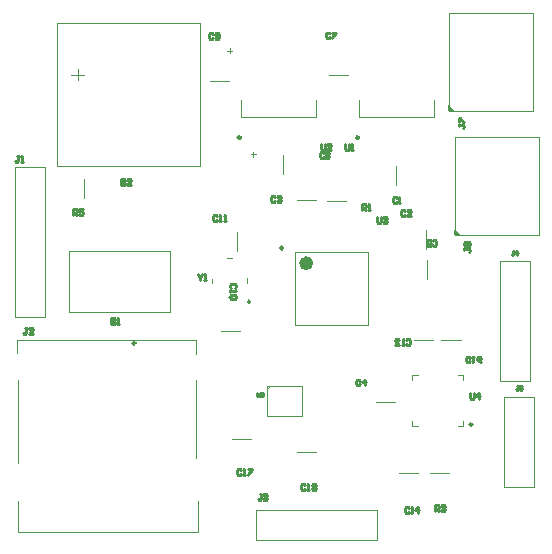
<source format=gto>
G04*
G04 #@! TF.GenerationSoftware,Altium Limited,Altium Designer,20.1.12 (249)*
G04*
G04 Layer_Color=65535*
%FSLAX25Y25*%
%MOIN*%
G70*
G04*
G04 #@! TF.SameCoordinates,A4FAC8CF-ADEF-4931-830A-096F340B5E0A*
G04*
G04*
G04 #@! TF.FilePolarity,Positive*
G04*
G01*
G75*
%ADD10C,0.00984*%
%ADD11C,0.01000*%
%ADD12C,0.02362*%
%ADD13C,0.00394*%
%ADD14C,0.00100*%
G36*
X267590Y399869D02*
X269846Y397614D01*
X267740D01*
X267215Y398140D01*
Y399634D01*
X267590Y399869D01*
D02*
G37*
G36*
X265622Y441208D02*
X267877Y438953D01*
X265772D01*
X265246Y439478D01*
Y440973D01*
X265622Y441208D01*
D02*
G37*
D10*
X273327Y334646D02*
G03*
X273327Y334646I-492J0D01*
G01*
X196142Y430315D02*
G03*
X196142Y430315I-492J0D01*
G01*
X235512D02*
G03*
X235512Y430315I-492J0D01*
G01*
X210236Y393504D02*
G03*
X210236Y393504I-492J0D01*
G01*
X161003Y361802D02*
G03*
X161003Y361802I-492J0D01*
G01*
D11*
X199236Y375529D02*
G03*
X199236Y375529I-394J0D01*
G01*
X272512Y345251D02*
Y343611D01*
X272840Y343283D01*
X273496D01*
X273824Y343611D01*
Y345251D01*
X275464Y343283D02*
Y345251D01*
X274480Y344267D01*
X275792D01*
X270670Y393373D02*
Y392717D01*
Y393045D01*
X272309D01*
X272638Y392717D01*
Y392389D01*
X272309Y392061D01*
X270998Y394029D02*
X270670Y394357D01*
Y395013D01*
X270998Y395341D01*
X271326D01*
X271654Y395013D01*
X271982Y395341D01*
X272309D01*
X272638Y395013D01*
Y394357D01*
X272309Y394029D01*
X271982D01*
X271654Y394357D01*
X271326Y394029D01*
X270998D01*
X271654Y394357D02*
Y395013D01*
X268701Y434711D02*
Y434055D01*
Y434383D01*
X270341D01*
X270669Y434055D01*
Y433728D01*
X270341Y433399D01*
X268701Y435367D02*
Y436679D01*
X269029D01*
X270341Y435367D01*
X270669D01*
X288697Y347380D02*
X288304D01*
X288501D01*
Y346396D01*
X288304Y346199D01*
X288107D01*
X287910Y346396D01*
X289878Y347380D02*
X289091D01*
Y346790D01*
X289485Y346987D01*
X289681D01*
X289878Y346790D01*
Y346396D01*
X289681Y346199D01*
X289288D01*
X289091Y346396D01*
X181759Y384842D02*
Y384514D01*
X182415Y383858D01*
X183071Y384514D01*
Y384842D01*
X182415Y383858D02*
Y382874D01*
X183727D02*
X184383D01*
X184055D01*
Y384842D01*
X183727Y384514D01*
X201614Y345285D02*
Y344301D01*
X201811Y344104D01*
X202205D01*
X202401Y344301D01*
Y345285D01*
X203582D02*
X202795D01*
Y344695D01*
X203189Y344892D01*
X203385D01*
X203582Y344695D01*
Y344301D01*
X203385Y344104D01*
X202992D01*
X202795Y344301D01*
X241413Y403925D02*
Y402285D01*
X241741Y401957D01*
X242397D01*
X242725Y402285D01*
Y403925D01*
X243381Y403597D02*
X243709Y403925D01*
X244365D01*
X244693Y403597D01*
Y403269D01*
X244365Y402941D01*
X244037D01*
X244365D01*
X244693Y402613D01*
Y402285D01*
X244365Y401957D01*
X243709D01*
X243381Y402285D01*
X222770Y428149D02*
Y426509D01*
X223098Y426181D01*
X223753D01*
X224081Y426509D01*
Y428149D01*
X226049Y426181D02*
X224737D01*
X226049Y427493D01*
Y427821D01*
X225721Y428149D01*
X225065D01*
X224737Y427821D01*
X230972Y428149D02*
Y426509D01*
X231299Y426181D01*
X231956D01*
X232283Y426509D01*
Y428149D01*
X232939Y426181D02*
X233595D01*
X233267D01*
Y428149D01*
X232939Y427821D01*
X140092Y404528D02*
Y406496D01*
X141076D01*
X141404Y406168D01*
Y405512D01*
X141076Y405184D01*
X140092D01*
X140748D02*
X141404Y404528D01*
X143372Y406496D02*
X142060D01*
Y405512D01*
X142716Y405840D01*
X143044D01*
X143372Y405512D01*
Y404856D01*
X143044Y404528D01*
X142388D01*
X142060Y404856D01*
X260764Y305676D02*
Y307644D01*
X261748D01*
X262076Y307316D01*
Y306660D01*
X261748Y306332D01*
X260764D01*
X261420D02*
X262076Y305676D01*
X262732Y307316D02*
X263060Y307644D01*
X263716D01*
X264043Y307316D01*
Y306988D01*
X263716Y306660D01*
X263388D01*
X263716D01*
X264043Y306332D01*
Y306004D01*
X263716Y305676D01*
X263060D01*
X262732Y306004D01*
X236420Y406106D02*
Y408074D01*
X237404D01*
X237732Y407746D01*
Y407090D01*
X237404Y406762D01*
X236420D01*
X237076D02*
X237732Y406106D01*
X238387D02*
X239043D01*
X238716D01*
Y408074D01*
X238387Y407746D01*
X287205Y392323D02*
X286811D01*
X287008D01*
Y391339D01*
X286811Y391142D01*
X286614D01*
X286418Y391339D01*
X288189Y391142D02*
Y392323D01*
X287598Y391732D01*
X288386D01*
X203012Y311599D02*
X202356D01*
X202684D01*
Y309960D01*
X202356Y309631D01*
X202028D01*
X201700Y309960D01*
X203668Y311271D02*
X203996Y311599D01*
X204652D01*
X204980Y311271D01*
Y310943D01*
X204652Y310615D01*
X204324D01*
X204652D01*
X204980Y310287D01*
Y309960D01*
X204652Y309631D01*
X203996D01*
X203668Y309960D01*
X124813Y366918D02*
X124157D01*
X124485D01*
Y365278D01*
X124157Y364950D01*
X123829D01*
X123501Y365278D01*
X126781Y364950D02*
X125469D01*
X126781Y366262D01*
Y366590D01*
X126453Y366918D01*
X125797D01*
X125469Y366590D01*
X122047Y424212D02*
X121391D01*
X121719D01*
Y422572D01*
X121391Y422244D01*
X121063D01*
X120735Y422572D01*
X122703Y422244D02*
X123359D01*
X123031D01*
Y424212D01*
X122703Y423884D01*
X217560Y314513D02*
X217232Y314841D01*
X216577D01*
X216248Y314513D01*
Y313201D01*
X216577Y312874D01*
X217232D01*
X217560Y313201D01*
X218216Y312874D02*
X218872D01*
X218544D01*
Y314841D01*
X218216Y314513D01*
X219856D02*
X220184Y314841D01*
X220840D01*
X221168Y314513D01*
Y314186D01*
X220840Y313858D01*
X221168Y313529D01*
Y313201D01*
X220840Y312874D01*
X220184D01*
X219856Y313201D01*
Y313529D01*
X220184Y313858D01*
X219856Y314186D01*
Y314513D01*
X220184Y313858D02*
X220840D01*
X196156Y319587D02*
X195827Y319915D01*
X195171D01*
X194844Y319587D01*
Y318275D01*
X195171Y317947D01*
X195827D01*
X196156Y318275D01*
X196811Y317947D02*
X197467D01*
X197139D01*
Y319915D01*
X196811Y319587D01*
X198451Y319915D02*
X199763D01*
Y319587D01*
X198451Y318275D01*
Y317947D01*
X272474Y355643D02*
X272146Y355315D01*
X271490D01*
X271162Y355643D01*
Y356955D01*
X271490Y357283D01*
X272146D01*
X272474Y356955D01*
X273130Y357283D02*
X273786D01*
X273458D01*
Y355315D01*
X273130Y355643D01*
X276082Y355315D02*
X275426Y355643D01*
X274770Y356299D01*
Y356955D01*
X275098Y357283D01*
X275754D01*
X276082Y356955D01*
Y356627D01*
X275754Y356299D01*
X274770D01*
X252034Y306721D02*
X251706Y307049D01*
X251050D01*
X250722Y306721D01*
Y305409D01*
X251050Y305081D01*
X251706D01*
X252034Y305409D01*
X252690Y305081D02*
X253346D01*
X253018D01*
Y307049D01*
X252690Y306721D01*
X255313Y305081D02*
Y307049D01*
X254330Y306065D01*
X255642D01*
X251148Y362861D02*
X251476Y363189D01*
X252132D01*
X252460Y362861D01*
Y361549D01*
X252132Y361221D01*
X251476D01*
X251148Y361549D01*
X250492Y361221D02*
X249836D01*
X250164D01*
Y363189D01*
X250492Y362861D01*
X247540Y361221D02*
X248852D01*
X247540Y362533D01*
Y362861D01*
X247868Y363189D01*
X248524D01*
X248852Y362861D01*
X188156Y404199D02*
X187829Y404527D01*
X187172D01*
X186845Y404199D01*
Y402887D01*
X187172Y402559D01*
X187829D01*
X188156Y402887D01*
X188812Y402559D02*
X189468D01*
X189140D01*
Y404527D01*
X188812Y404199D01*
X190452Y402559D02*
X191108D01*
X190780D01*
Y404527D01*
X190452Y404199D01*
X194295Y380062D02*
X194623Y380389D01*
Y381045D01*
X194295Y381373D01*
X192983D01*
X192655Y381045D01*
Y380389D01*
X192983Y380062D01*
X192655Y379405D02*
Y378749D01*
Y379078D01*
X194623D01*
X194295Y379405D01*
Y377766D02*
X194623Y377438D01*
Y376782D01*
X194295Y376454D01*
X192983D01*
X192655Y376782D01*
Y377438D01*
X192983Y377766D01*
X194295D01*
X186787Y464834D02*
X186460Y465162D01*
X185804D01*
X185476Y464834D01*
Y463522D01*
X185804Y463194D01*
X186460D01*
X186787Y463522D01*
X187443D02*
X187771Y463194D01*
X188427D01*
X188755Y463522D01*
Y464834D01*
X188427Y465162D01*
X187771D01*
X187443Y464834D01*
Y464506D01*
X187771Y464178D01*
X188755D01*
X223688Y425065D02*
X223360Y425393D01*
X222704D01*
X222376Y425065D01*
Y423753D01*
X222704Y423425D01*
X223360D01*
X223688Y423753D01*
X224344Y425065D02*
X224672Y425393D01*
X225328D01*
X225656Y425065D01*
Y424737D01*
X225328Y424409D01*
X225656Y424082D01*
Y423753D01*
X225328Y423425D01*
X224672D01*
X224344Y423753D01*
Y424082D01*
X224672Y424409D01*
X224344Y424737D01*
Y425065D01*
X224672Y424409D02*
X225328D01*
X225976Y464973D02*
X225648Y465301D01*
X224992D01*
X224664Y464973D01*
Y463661D01*
X224992Y463333D01*
X225648D01*
X225976Y463661D01*
X226632Y465301D02*
X227944D01*
Y464973D01*
X226632Y463661D01*
Y463333D01*
X260021Y394575D02*
X260349Y394247D01*
X261005D01*
X261333Y394575D01*
Y395887D01*
X261005Y396215D01*
X260349D01*
X260021Y395887D01*
X258053Y394247D02*
X259365D01*
Y395231D01*
X258709Y394903D01*
X258381D01*
X258053Y395231D01*
Y395887D01*
X258381Y396215D01*
X259037D01*
X259365Y395887D01*
X235938Y349302D02*
X235610Y349630D01*
X234954D01*
X234626Y349302D01*
Y347990D01*
X234954Y347662D01*
X235610D01*
X235938Y347990D01*
X237578Y347662D02*
Y349630D01*
X236594Y348646D01*
X237906D01*
X207581Y410395D02*
X207253Y410723D01*
X206597D01*
X206269Y410395D01*
Y409084D01*
X206597Y408756D01*
X207253D01*
X207581Y409084D01*
X208237Y410395D02*
X208565Y410723D01*
X209221D01*
X209549Y410395D01*
Y410068D01*
X209221Y409740D01*
X208893D01*
X209221D01*
X209549Y409412D01*
Y409084D01*
X209221Y408756D01*
X208565D01*
X208237Y409084D01*
X250810Y405888D02*
X250482Y406215D01*
X249826D01*
X249498Y405888D01*
Y404576D01*
X249826Y404248D01*
X250482D01*
X250810Y404576D01*
X252777Y404248D02*
X251466D01*
X252777Y405559D01*
Y405888D01*
X252449Y406215D01*
X251794D01*
X251466Y405888D01*
X248031Y410105D02*
X247704Y410433D01*
X247048D01*
X246720Y410105D01*
Y408793D01*
X247048Y408465D01*
X247704D01*
X248031Y408793D01*
X248688Y408465D02*
X249343D01*
X249015D01*
Y410433D01*
X248688Y410105D01*
X156234Y416338D02*
Y414370D01*
X157218D01*
X157546Y414698D01*
Y415026D01*
X157218Y415354D01*
X156234D01*
X157218D01*
X157546Y415682D01*
Y416010D01*
X157218Y416338D01*
X156234D01*
X159514Y414370D02*
X158202D01*
X159514Y415682D01*
Y416010D01*
X159186Y416338D01*
X158530D01*
X158202Y416010D01*
X152829Y369975D02*
Y368007D01*
X153813D01*
X154140Y368335D01*
Y368663D01*
X153813Y368991D01*
X152829D01*
X153813D01*
X154140Y369319D01*
Y369647D01*
X153813Y369975D01*
X152829D01*
X154797Y368007D02*
X155452D01*
X155124D01*
Y369975D01*
X154797Y369647D01*
D12*
X219094Y388386D02*
G03*
X219094Y388386I-1181J0D01*
G01*
D13*
X214784Y409305D02*
X221123D01*
X267421Y397933D02*
Y430315D01*
X295374D01*
Y397736D02*
Y430315D01*
X267618Y397736D02*
X295374D01*
X268602Y350984D02*
X270276D01*
Y349311D02*
Y350984D01*
X253346D02*
X255020D01*
X253346Y349311D02*
Y350984D01*
Y334055D02*
Y335728D01*
Y334055D02*
X255020D01*
X268602D02*
X270276D01*
Y335728D01*
X258269Y383281D02*
Y389620D01*
X257750Y393145D02*
Y399483D01*
X139082Y372141D02*
X172448D01*
Y392416D01*
X138983D02*
X172448D01*
X138983Y372239D02*
Y392416D01*
X259235Y318470D02*
X265574D01*
X248978Y318353D02*
X255317D01*
X263012Y362943D02*
X269350D01*
X253762Y362915D02*
X260100D01*
X241343Y342167D02*
X247682D01*
X224785Y409010D02*
X231124D01*
X143749Y410282D02*
Y416621D01*
X204823Y337500D02*
Y347342D01*
X216634Y337500D02*
Y347342D01*
X204823D02*
X216634D01*
X204823Y337500D02*
X216634D01*
X193151Y329802D02*
X199489D01*
X214785Y325566D02*
X221124D01*
X189547Y365847D02*
X195885D01*
X198142Y381881D02*
Y383456D01*
X191912Y376974D02*
X193306D01*
X186642Y381781D02*
Y383174D01*
X191501Y390082D02*
X193076D01*
X194881Y392499D02*
Y398838D01*
X196063Y437205D02*
Y442717D01*
Y437205D02*
X221260D01*
Y442717D01*
X247737Y414351D02*
Y420690D01*
X141732Y449311D02*
Y453150D01*
X139665Y451279D02*
X143898D01*
X134941Y420768D02*
X182480D01*
Y468602D01*
X134744D02*
X182480D01*
X134744Y420965D02*
Y468602D01*
Y420965D02*
X134941Y420768D01*
X235433Y437205D02*
Y442717D01*
Y437205D02*
X260630D01*
Y442717D01*
X214173Y367717D02*
X238583D01*
X214173Y392126D02*
X238583D01*
Y367717D02*
Y392126D01*
X214173Y367717D02*
Y392126D01*
X283776Y313955D02*
X294012D01*
Y343876D01*
X283776D02*
X294012D01*
X283776Y313955D02*
Y343876D01*
X282640Y349029D02*
X292513D01*
X282566Y349103D02*
Y389209D01*
X292513D01*
Y349029D02*
Y389209D01*
X120788Y420535D02*
X130935D01*
Y370337D02*
Y420535D01*
X120783Y402996D02*
Y420539D01*
Y370337D02*
Y402996D01*
Y370337D02*
X130935D01*
X181736Y298818D02*
Y309144D01*
X121765Y298818D02*
Y309144D01*
Y298818D02*
X181736D01*
X121893Y321840D02*
Y349399D01*
X121500Y358454D02*
Y362785D01*
X181342D01*
Y323415D02*
Y349399D01*
Y358060D02*
Y362785D01*
X200295Y423917D02*
Y425591D01*
X199459Y424754D02*
X201132D01*
X210236Y418110D02*
Y424409D01*
X265650Y439075D02*
X293406D01*
Y471654D01*
X265453D02*
X293406D01*
X265453Y439272D02*
Y471654D01*
X225375Y451082D02*
X231713D01*
X185827Y449213D02*
X192126D01*
X192471Y458317D02*
Y459990D01*
X191634Y459154D02*
X193307D01*
X201234Y296070D02*
X241414D01*
Y306016D01*
X201308D02*
X241414D01*
X201234Y296070D02*
Y305943D01*
D14*
X204724Y346457D02*
X205709Y347441D01*
M02*

</source>
